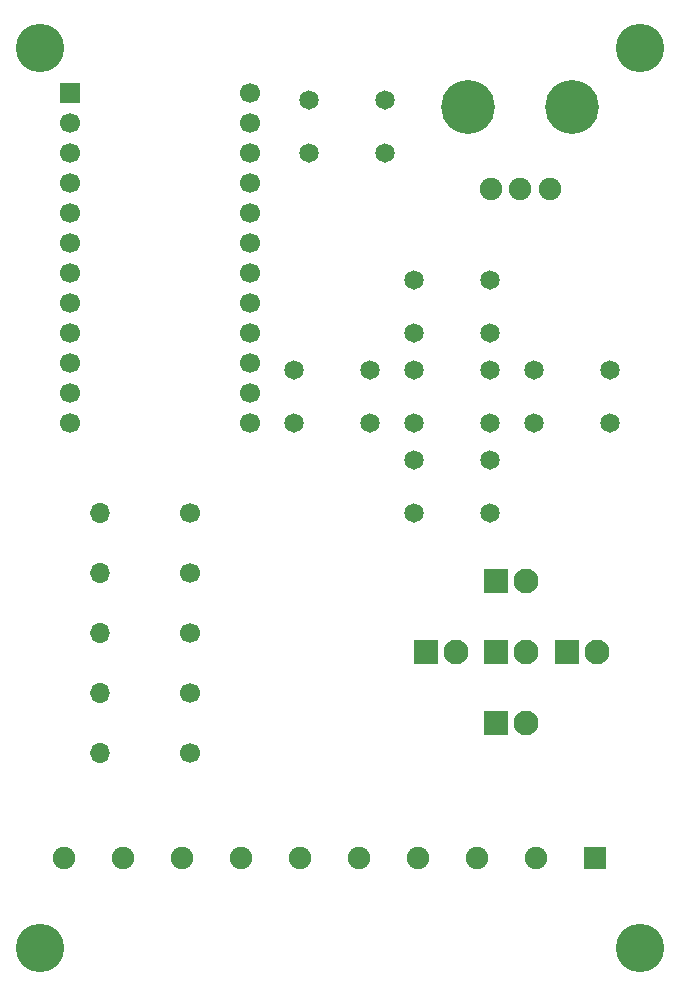
<source format=gbr>
%TF.GenerationSoftware,KiCad,Pcbnew,(5.1.6)-1*%
%TF.CreationDate,2020-06-27T19:36:01-04:00*%
%TF.ProjectId,dancegames controller,64616e63-6567-4616-9d65-7320636f6e74,rev?*%
%TF.SameCoordinates,Original*%
%TF.FileFunction,Soldermask,Top*%
%TF.FilePolarity,Negative*%
%FSLAX46Y46*%
G04 Gerber Fmt 4.6, Leading zero omitted, Abs format (unit mm)*
G04 Created by KiCad (PCBNEW (5.1.6)-1) date 2020-06-27 19:36:01*
%MOMM*%
%LPD*%
G01*
G04 APERTURE LIST*
%ADD10C,2.100000*%
%ADD11R,2.100000X2.100000*%
%ADD12C,4.560000*%
%ADD13C,1.900000*%
%ADD14C,4.100000*%
%ADD15C,1.640000*%
%ADD16R,1.900000X1.900000*%
%ADD17C,1.700000*%
%ADD18R,1.700000X1.700000*%
%ADD19O,1.700000X1.700000*%
G04 APERTURE END LIST*
D10*
%TO.C,D5*%
X153540000Y-114000000D03*
D11*
X151000000Y-114000000D03*
%TD*%
D10*
%TO.C,D4*%
X159540000Y-114000000D03*
D11*
X157000000Y-114000000D03*
%TD*%
D10*
%TO.C,D3*%
X153540000Y-108000000D03*
D11*
X151000000Y-108000000D03*
%TD*%
D10*
%TO.C,D1*%
X147540000Y-114000000D03*
D11*
X145000000Y-114000000D03*
%TD*%
D10*
%TO.C,D2*%
X153540000Y-120000000D03*
D11*
X151000000Y-120000000D03*
%TD*%
D12*
%TO.C,VR1*%
X157435000Y-67815000D03*
X148635000Y-67815000D03*
D13*
X155535000Y-74815000D03*
X153035000Y-74815000D03*
X150535000Y-74815000D03*
%TD*%
D14*
%TO.C,HOLE_M3*%
X163195000Y-139065000D03*
%TD*%
%TO.C,HOLE_M3*%
X112395000Y-139065000D03*
%TD*%
%TO.C,HOLE_M3*%
X163195000Y-62865000D03*
%TD*%
%TO.C,HOLE_M3*%
X112395000Y-62865000D03*
%TD*%
D15*
%TO.C,S4*%
X154155000Y-90115000D03*
X160655000Y-90115000D03*
X154155000Y-94615000D03*
X160655000Y-94615000D03*
%TD*%
D13*
%TO.C,JPadConenctorHeader1*%
X114385000Y-131445000D03*
X119385000Y-131445000D03*
X124385000Y-131445000D03*
X129385000Y-131445000D03*
X134385000Y-131445000D03*
X139385000Y-131445000D03*
X144385000Y-131445000D03*
X149385000Y-131445000D03*
X154385000Y-131445000D03*
D16*
X159385000Y-131445000D03*
%TD*%
D17*
%TO.C,U1*%
X130175000Y-66675000D03*
X130175000Y-69215000D03*
X130175000Y-71755000D03*
X130175000Y-74295000D03*
X130175000Y-76835000D03*
X130175000Y-79375000D03*
X130175000Y-81915000D03*
X130175000Y-84455000D03*
X130175000Y-86995000D03*
X130175000Y-89535000D03*
X130175000Y-92075000D03*
X130175000Y-94615000D03*
X114935000Y-94615000D03*
X114935000Y-92075000D03*
X114935000Y-89535000D03*
X114935000Y-86995000D03*
X114935000Y-84455000D03*
X114935000Y-81915000D03*
X114935000Y-79375000D03*
X114935000Y-76835000D03*
X114935000Y-74295000D03*
X114935000Y-71755000D03*
X114935000Y-69215000D03*
D18*
X114935000Y-66675000D03*
%TD*%
D15*
%TO.C,SR1*%
X135105000Y-67255000D03*
X141605000Y-67255000D03*
X135105000Y-71755000D03*
X141605000Y-71755000D03*
%TD*%
%TO.C,S5*%
X143995000Y-90115000D03*
X150495000Y-90115000D03*
X143995000Y-94615000D03*
X150495000Y-94615000D03*
%TD*%
%TO.C,S3*%
X143995000Y-97735000D03*
X150495000Y-97735000D03*
X143995000Y-102235000D03*
X150495000Y-102235000D03*
%TD*%
%TO.C,S2*%
X143995000Y-82495000D03*
X150495000Y-82495000D03*
X143995000Y-86995000D03*
X150495000Y-86995000D03*
%TD*%
%TO.C,S1*%
X133835000Y-90115000D03*
X140335000Y-90115000D03*
X133835000Y-94615000D03*
X140335000Y-94615000D03*
%TD*%
D19*
%TO.C,R5-220ohm1*%
X117475000Y-122555000D03*
D17*
X125095000Y-122555000D03*
%TD*%
D19*
%TO.C,R4-220ohm1*%
X117475000Y-117475000D03*
D17*
X125095000Y-117475000D03*
%TD*%
D19*
%TO.C,R3-220ohm1*%
X117475000Y-112395000D03*
D17*
X125095000Y-112395000D03*
%TD*%
D19*
%TO.C,R2-220ohm1*%
X117475000Y-107315000D03*
D17*
X125095000Y-107315000D03*
%TD*%
D19*
%TO.C,R1-220ohm1*%
X117475000Y-102235000D03*
D17*
X125095000Y-102235000D03*
%TD*%
M02*

</source>
